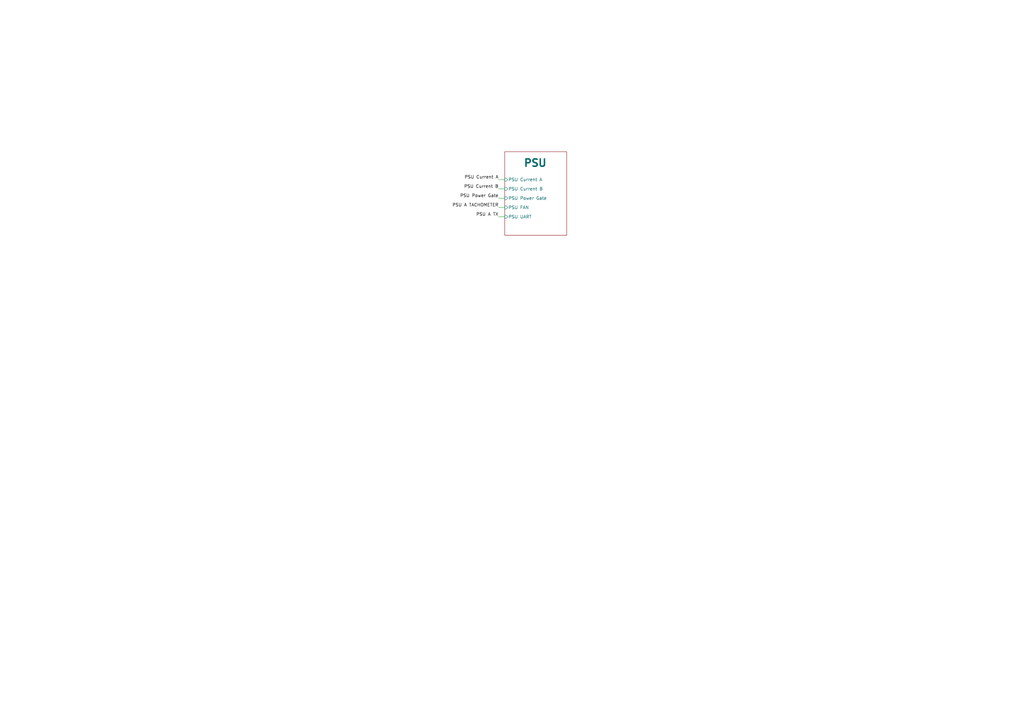
<source format=kicad_sch>
(kicad_sch
	(version 20241209)
	(generator "eeschema")
	(generator_version "9.0")
	(uuid "e8dd55a7-7ee1-45dc-91f9-54d483bd49e9")
	(paper "A3")
	(lib_symbols)
	(wire
		(pts
			(xy 204.47 85.09) (xy 207.01 85.09)
		)
		(stroke
			(width 0)
			(type default)
		)
		(uuid "0039bbc5-f989-4ee4-b7d0-09f9918b1639")
	)
	(wire
		(pts
			(xy 204.47 81.28) (xy 207.01 81.28)
		)
		(stroke
			(width 0)
			(type default)
		)
		(uuid "38df5a06-1d42-4289-b19c-64b78d317aab")
	)
	(wire
		(pts
			(xy 204.47 73.66) (xy 207.01 73.66)
		)
		(stroke
			(width 0)
			(type default)
		)
		(uuid "486508ca-00d2-4564-9ce3-abac8fa11d33")
	)
	(wire
		(pts
			(xy 204.47 88.9) (xy 207.01 88.9)
		)
		(stroke
			(width 0)
			(type default)
		)
		(uuid "8883dd59-49e1-4d92-86f7-3501591ccb4f")
	)
	(wire
		(pts
			(xy 204.47 77.47) (xy 207.01 77.47)
		)
		(stroke
			(width 0)
			(type default)
		)
		(uuid "e8a3e3c5-5a3f-4bd6-8476-828008641d9d")
	)
	(label "PSU Current A"
		(at 204.47 73.66 180)
		(effects
			(font
				(size 1.27 1.27)
			)
			(justify right bottom)
		)
		(uuid "0122912c-2bc7-42f4-b84a-1e19879646b1")
	)
	(label "PSU A TX"
		(at 204.47 88.9 180)
		(effects
			(font
				(size 1.27 1.27)
			)
			(justify right bottom)
		)
		(uuid "256480c2-4a3d-42c0-a179-4cc9ea15dd28")
	)
	(label "PSU A TACHOMETER"
		(at 204.47 85.09 180)
		(effects
			(font
				(size 1.27 1.27)
			)
			(justify right bottom)
		)
		(uuid "8270a65d-6c18-4043-af0b-53ca920f27c1")
	)
	(label "PSU Current B"
		(at 204.47 77.47 180)
		(effects
			(font
				(size 1.27 1.27)
			)
			(justify right bottom)
		)
		(uuid "8a9c54c3-0954-4c8d-ad6f-6bee6994913d")
	)
	(label "PSU Power Gate"
		(at 204.47 81.28 180)
		(effects
			(font
				(size 1.27 1.27)
			)
			(justify right bottom)
		)
		(uuid "ad649e21-e877-474a-bd41-206b6a8f6cc4")
	)
	(sheet
		(at 207.01 62.23)
		(size 25.4 34.29)
		(exclude_from_sim no)
		(in_bom yes)
		(on_board yes)
		(dnp no)
		(stroke
			(width 0.1)
			(type solid)
		)
		(fill
			(color 0 0 0 0.0000)
		)
		(uuid "333a3d34-0dd6-46af-8519-55609c44d66f")
		(property "Sheetname" "PSU"
			(at 214.63 68.58 0)
			(effects
				(font
					(size 3 3)
					(bold yes)
				)
				(justify left bottom)
			)
		)
		(property "Sheetfile" "psu.kicad_sch"
			(at 207.01 114.0384 0)
			(effects
				(font
					(size 1.27 1.27)
				)
				(justify left top)
				(hide yes)
			)
		)
		(pin "PSU Current B" input
			(at 207.01 77.47 180)
			(uuid "7337391f-1d52-413e-a65d-07d9d901ebd4")
			(effects
				(font
					(size 1.27 1.27)
				)
				(justify left)
			)
		)
		(pin "PSU Power Gate" input
			(at 207.01 81.28 180)
			(uuid "3c33cd72-f6a9-40b0-98b5-0cfe0cff3636")
			(effects
				(font
					(size 1.27 1.27)
				)
				(justify left)
			)
		)
		(pin "PSU Current A" input
			(at 207.01 73.66 180)
			(uuid "2a006a3a-b3cc-4cd7-90dd-85ad143185bd")
			(effects
				(font
					(size 1.27 1.27)
				)
				(justify left)
			)
		)
		(pin "PSU UART" input
			(at 207.01 88.9 180)
			(uuid "95601f39-baa6-4313-b259-efe49ac17788")
			(effects
				(font
					(size 1.27 1.27)
				)
				(justify left)
			)
		)
		(pin "PSU FAN" input
			(at 207.01 85.09 180)
			(uuid "b524dece-c2a1-480d-94f0-62d5dbc3da9b")
			(effects
				(font
					(size 1.27 1.27)
				)
				(justify left)
			)
		)
		(instances
			(project "booster"
				(path "/e8dd55a7-7ee1-45dc-91f9-54d483bd49e9"
					(page "2")
				)
			)
		)
	)
	(sheet_instances
		(path "/"
			(page "1")
		)
	)
	(embedded_fonts no)
)

</source>
